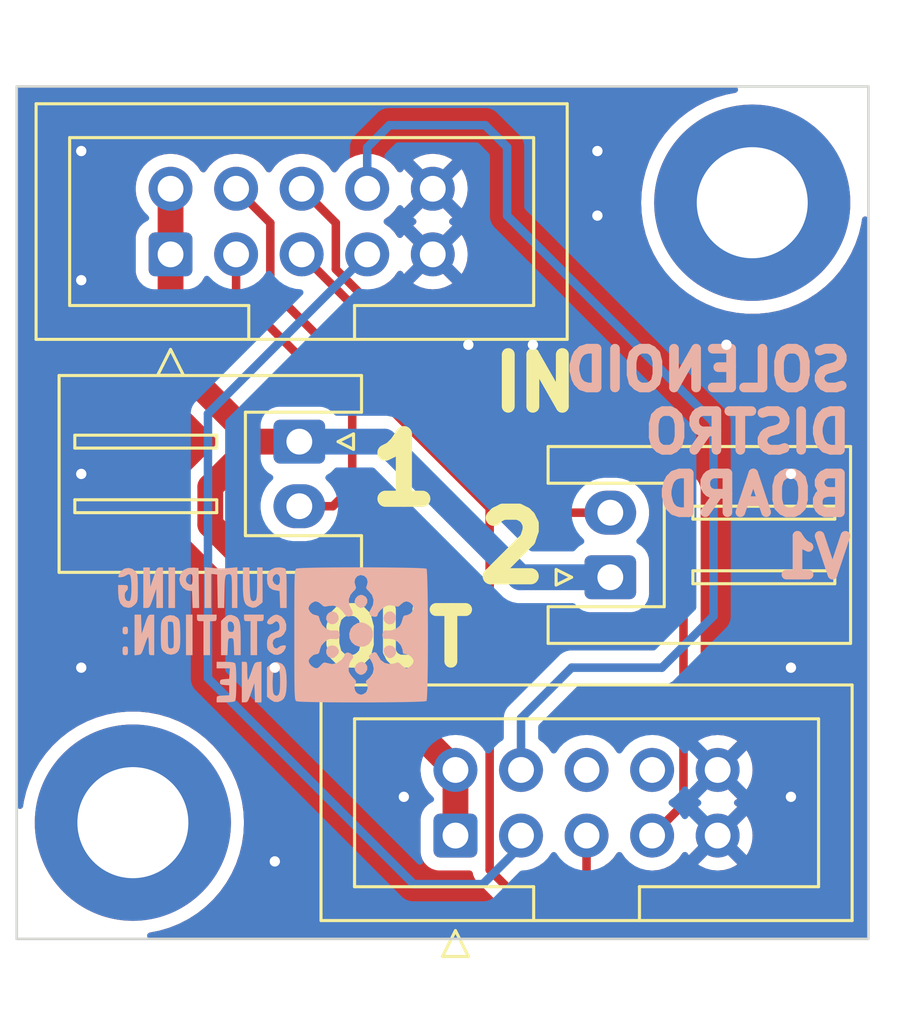
<source format=kicad_pcb>
(kicad_pcb (version 20240108) (generator "pcbnew") (generator_version "8.0")
  (layers (0 "F.Cu" signal) (31 "B.Cu" signal) (34 "B.Paste" user) (35 "F.Paste" user) (36 "B.SilkS" user "B.Silkscreen") (37 "F.SilkS" user "F.Silkscreen") (38 "B.Mask" user) (39 "F.Mask" user) (44 "Edge.Cuts" user))
  (net 0 "")
  (net 1 "/FET1")
  (net 2 "+VDC")
  (net 3 "/FET3")
  (net 4 "/FET5")
  (net 5 "/FET4")
  (net 6 "/FET6")
  (net 7 "GND")
  (net 8 "/FET2")
  (footprint "Connector_IDC:IDC-Header_2x05_P2.54mm_Vertical" (layer "F.Cu") (at 217 129 90)
    (property "Reference" "J104" (hide yes))
    (property "Value" "Conn_02x05_Odd_Even")
    (fp_line (start 5.83 -5.21) (end 5.83 15.37) (stroke (width 0.12)) (layer "F.SilkS"))
    (fp_line (start -3.29 -5.21) (end 5.83 -5.21) (stroke (width 0.12)) (layer "F.SilkS"))
    (fp_line (start 4.52 -3.91) (end 4.52 14.07) (stroke (width 0.12)) (layer "F.SilkS"))
    (fp_line (start -1.98 -3.91) (end 4.52 -3.91) (stroke (width 0.12)) (layer "F.SilkS"))
    (fp_line (start -4.68 -0.5) (end -4.68 0.5) (stroke (width 0.12)) (layer "F.SilkS"))
    (fp_line (start -3.68 0) (end -4.68 -0.5) (stroke (width 0.12)) (layer "F.SilkS"))
    (fp_line (start -4.68 0.5) (end -3.68 0) (stroke (width 0.12)) (layer "F.SilkS"))
    (fp_line (start -1.98 3.03) (end -1.98 -3.91) (stroke (width 0.12)) (layer "F.SilkS"))
    (fp_line (start -3.29 3.03) (end -1.98 3.03) (stroke (width 0.12)) (layer "F.SilkS"))
    (fp_line (start -1.98 7.13) (end -1.98 7.13) (stroke (width 0.12)) (layer "F.SilkS"))
    (fp_line (start -1.98 7.13) (end -3.29 7.13) (stroke (width 0.12)) (layer "F.SilkS"))
    (fp_line (start 4.52 14.07) (end -1.98 14.07) (stroke (width 0.12)) (layer "F.SilkS"))
    (fp_line (start -1.98 14.07) (end -1.98 7.13) (stroke (width 0.12)) (layer "F.SilkS"))
    (fp_line (start 5.83 15.37) (end -3.29 15.37) (stroke (width 0.12)) (layer "F.SilkS"))
    (fp_line (start -3.29 15.37) (end -3.29 -5.21) (stroke (width 0.12)) (layer "F.SilkS"))
    (pad "1" thru_hole roundrect (at 0 0 90) (size 1.7 1.7) (drill 1) (layers "*.Cu" "*.Mask") (roundrect_rratio 0.147059) (net 2 "+VDC"))
    (pad "2" thru_hole circle (at 2.54 0 90) (size 1.7 1.7) (drill 1) (layers "*.Cu" "*.Mask") (net 2 "+VDC"))
    (pad "3" thru_hole circle (at 0 2.54 90) (size 1.7 1.7) (drill 1) (layers "*.Cu" "*.Mask") (net 3 "/FET3"))
    (pad "4" thru_hole circle (at 2.54 2.54 90) (size 1.7 1.7) (drill 1) (layers "*.Cu" "*.Mask") (net 6 "/FET6"))
    (pad "5" thru_hole circle (at 0 5.08 90) (size 1.7 1.7) (drill 1) (layers "*.Cu" "*.Mask") (net 5 "/FET4"))
    (pad "6" thru_hole circle (at 2.54 5.08 90) (size 1.7 1.7) (drill 1) (layers "*.Cu" "*.Mask"))
    (pad "7" thru_hole circle (at 0 7.62 90) (size 1.7 1.7) (drill 1) (layers "*.Cu" "*.Mask") (net 4 "/FET5"))
    (pad "8" thru_hole circle (at 2.54 7.62 90) (size 1.7 1.7) (drill 1) (layers "*.Cu" "*.Mask"))
    (pad "9" thru_hole circle (at 0 10.16 90) (size 1.7 1.7) (drill 1) (layers "*.Cu" "*.Mask") (net 7 "GND"))
    (pad "10" thru_hole circle (at 2.54 10.16 90) (size 1.7 1.7) (drill 1) (layers "*.Cu" "*.Mask") (net 7 "GND"))
  )
  (footprint "Connector_JST:JST_XH_S2B-XH-A_1x02_P2.50mm_Horizontal" (layer "F.Cu") (at 210.95 113.75 -90)
    (property "Reference" "J101" (hide yes))
    (property "Value" "Conn_01x02")
    (fp_line (start -2.56 9.31) (end -2.56 -2.41) (stroke (width 0.12)) (layer "F.SilkS"))
    (fp_line (start 1.25 9.31) (end -2.56 9.31) (stroke (width 0.12)) (layer "F.SilkS"))
    (fp_line (start 1.25 9.31) (end 5.06 9.31) (stroke (width 0.12)) (layer "F.SilkS"))
    (fp_line (start 5.06 9.31) (end 5.06 -2.41) (stroke (width 0.12)) (layer "F.SilkS"))
    (fp_line (start -0.25 8.7) (end 0.25 8.7) (stroke (width 0.12)) (layer "F.SilkS"))
    (fp_line (start 0.25 8.7) (end 0.25 3.2) (stroke (width 0.12)) (layer "F.SilkS"))
    (fp_line (start 2.25 8.7) (end 2.75 8.7) (stroke (width 0.12)) (layer "F.SilkS"))
    (fp_line (start 2.75 8.7) (end 2.75 3.2) (stroke (width 0.12)) (layer "F.SilkS"))
    (fp_line (start -0.25 3.2) (end -0.25 8.7) (stroke (width 0.12)) (layer "F.SilkS"))
    (fp_line (start 0.25 3.2) (end -0.25 3.2) (stroke (width 0.12)) (layer "F.SilkS"))
    (fp_line (start 2.25 3.2) (end 2.25 8.7) (stroke (width 0.12)) (layer "F.SilkS"))
    (fp_line (start 2.75 3.2) (end 2.25 3.2) (stroke (width 0.12)) (layer "F.SilkS"))
    (fp_line (start -1.14 2.09) (end 1.25 2.09) (stroke (width 0.12)) (layer "F.SilkS"))
    (fp_line (start 3.64 2.09) (end 1.25 2.09) (stroke (width 0.12)) (layer "F.SilkS"))
    (fp_line (start 0 -1.5) (end -0.3 -2.1) (stroke (width 0.12)) (layer "F.SilkS"))
    (fp_line (start -0.3 -2.1) (end 0.3 -2.1) (stroke (width 0.12)) (layer "F.SilkS"))
    (fp_line (start 0.3 -2.1) (end 0 -1.5) (stroke (width 0.12)) (layer "F.SilkS"))
    (fp_line (start -2.56 -2.41) (end -1.14 -2.41) (stroke (width 0.12)) (layer "F.SilkS"))
    (fp_line (start -1.14 -2.41) (end -1.14 2.09) (stroke (width 0.12)) (layer "F.SilkS"))
    (fp_line (start 3.64 -2.41) (end 3.64 2.09) (stroke (width 0.12)) (layer "F.SilkS"))
    (fp_line (start 5.06 -2.41) (end 3.64 -2.41) (stroke (width 0.12)) (layer "F.SilkS"))
    (pad "1" thru_hole roundrect (at 0 0 270) (size 1.7 2) (drill 1) (layers "*.Cu" "*.Mask") (roundrect_rratio 0.147059) (net 2 "+VDC"))
    (pad "2" thru_hole oval (at 2.5 0 270) (size 1.7 2) (drill 1) (layers "*.Cu" "*.Mask") (net 1 "/FET1"))
  )
  (footprint "MountingHole:MountingHole_4.3mm_M4_ISO7380_Pad" (layer "F.Cu") (at 204.5 128.5)
    (property "Reference" "H101" (hide yes))
    (property "Value" "MountingHole")
    (pad "1" thru_hole circle (at 0 0) (size 7.6 7.6) (drill 4.3) (layers "*.Cu" "*.Mask"))
  )
  (footprint "MountingHole:MountingHole_4.3mm_M4_ISO7380_Pad" (layer "F.Cu") (at 228.5 104.5)
    (property "Reference" "H102" (hide yes))
    (property "Value" "MountingHole")
    (pad "1" thru_hole circle (at 0 0) (size 7.6 7.6) (drill 4.3) (layers "*.Cu" "*.Mask"))
  )
  (footprint "Connector_JST:JST_XH_S2B-XH-A_1x02_P2.50mm_Horizontal" (layer "F.Cu") (at 223 119 90)
    (property "Reference" "J103" (hide yes))
    (property "Value" "Conn_01x02")
    (fp_line (start 5.06 -2.41) (end 3.64 -2.41) (stroke (width 0.12)) (layer "F.SilkS"))
    (fp_line (start 3.64 -2.41) (end 3.64 2.09) (stroke (width 0.12)) (layer "F.SilkS"))
    (fp_line (start -1.14 -2.41) (end -1.14 2.09) (stroke (width 0.12)) (layer "F.SilkS"))
    (fp_line (start -2.56 -2.41) (end -1.14 -2.41) (stroke (width 0.12)) (layer "F.SilkS"))
    (fp_line (start 0.3 -2.1) (end 0 -1.5) (stroke (width 0.12)) (layer "F.SilkS"))
    (fp_line (start -0.3 -2.1) (end 0.3 -2.1) (stroke (width 0.12)) (layer "F.SilkS"))
    (fp_line (start 0 -1.5) (end -0.3 -2.1) (stroke (width 0.12)) (layer "F.SilkS"))
    (fp_line (start 3.64 2.09) (end 1.25 2.09) (stroke (width 0.12)) (layer "F.SilkS"))
    (fp_line (start -1.14 2.09) (end 1.25 2.09) (stroke (width 0.12)) (layer "F.SilkS"))
    (fp_line (start 2.75 3.2) (end 2.25 3.2) (stroke (width 0.12)) (layer "F.SilkS"))
    (fp_line (start 2.25 3.2) (end 2.25 8.7) (stroke (width 0.12)) (layer "F.SilkS"))
    (fp_line (start 0.25 3.2) (end -0.25 3.2) (stroke (width 0.12)) (layer "F.SilkS"))
    (fp_line (start -0.25 3.2) (end -0.25 8.7) (stroke (width 0.12)) (layer "F.SilkS"))
    (fp_line (start 2.75 8.7) (end 2.75 3.2) (stroke (width 0.12)) (layer "F.SilkS"))
    (fp_line (start 2.25 8.7) (end 2.75 8.7) (stroke (width 0.12)) (layer "F.SilkS"))
    (fp_line (start 0.25 8.7) (end 0.25 3.2) (stroke (width 0.12)) (layer "F.SilkS"))
    (fp_line (start -0.25 8.7) (end 0.25 8.7) (stroke (width 0.12)) (layer "F.SilkS"))
    (fp_line (start 5.06 9.31) (end 5.06 -2.41) (stroke (width 0.12)) (layer "F.SilkS"))
    (fp_line (start 1.25 9.31) (end 5.06 9.31) (stroke (width 0.12)) (layer "F.SilkS"))
    (fp_line (start 1.25 9.31) (end -2.56 9.31) (stroke (width 0.12)) (layer "F.SilkS"))
    (fp_line (start -2.56 9.31) (end -2.56 -2.41) (stroke (width 0.12)) (layer "F.SilkS"))
    (pad "1" thru_hole roundrect (at 0 0 90) (size 1.7 2) (drill 1) (layers "*.Cu" "*.Mask") (roundrect_rratio 0.147059) (net 2 "+VDC"))
    (pad "2" thru_hole oval (at 2.5 0 90) (size 1.7 2) (drill 1) (layers "*.Cu" "*.Mask") (net 8 "/FET2"))
  )
  (footprint "Connector_IDC:IDC-Header_2x05_P2.54mm_Vertical" (layer "F.Cu") (at 205.96 106.5 90)
    (property "Reference" "J102" (hide yes))
    (property "Value" "Conn_02x05_Odd_Even")
    (fp_line (start 5.83 -5.21) (end 5.83 15.37) (stroke (width 0.12)) (layer "F.SilkS"))
    (fp_line (start -3.29 -5.21) (end 5.83 -5.21) (stroke (width 0.12)) (layer "F.SilkS"))
    (fp_line (start 4.52 -3.91) (end 4.52 14.07) (stroke (width 0.12)) (layer "F.SilkS"))
    (fp_line (start -1.98 -3.91) (end 4.52 -3.91) (stroke (width 0.12)) (layer "F.SilkS"))
    (fp_line (start -4.68 -0.5) (end -4.68 0.5) (stroke (width 0.12)) (layer "F.SilkS"))
    (fp_line (start -3.68 0) (end -4.68 -0.5) (stroke (width 0.12)) (layer "F.SilkS"))
    (fp_line (start -4.68 0.5) (end -3.68 0) (stroke (width 0.12)) (layer "F.SilkS"))
    (fp_line (start -1.98 3.03) (end -1.98 -3.91) (stroke (width 0.12)) (layer "F.SilkS"))
    (fp_line (start -3.29 3.03) (end -1.98 3.03) (stroke (width 0.12)) (layer "F.SilkS"))
    (fp_line (start -1.98 7.13) (end -1.98 7.13) (stroke (width 0.12)) (layer "F.SilkS"))
    (fp_line (start -1.98 7.13) (end -3.29 7.13) (stroke (width 0.12)) (layer "F.SilkS"))
    (fp_line (start 4.52 14.07) (end -1.98 14.07) (stroke (width 0.12)) (layer "F.SilkS"))
    (fp_line (start -1.98 14.07) (end -1.98 7.13) (stroke (width 0.12)) (layer "F.SilkS"))
    (fp_line (start 5.83 15.37) (end -3.29 15.37) (stroke (width 0.12)) (layer "F.SilkS"))
    (fp_line (start -3.29 15.37) (end -3.29 -5.21) (stroke (width 0.12)) (layer "F.SilkS"))
    (pad "1" thru_hole roundrect (at 0 0 90) (size 1.7 1.7) (drill 1) (layers "*.Cu" "*.Mask") (roundrect_rratio 0.147059) (net 2 "+VDC"))
    (pad "2" thru_hole circle (at 2.54 0 90) (size 1.7 1.7) (drill 1) (layers "*.Cu" "*.Mask") (net 2 "+VDC"))
    (pad "3" thru_hole circle (at 0 2.54 90) (size 1.7 1.7) (drill 1) (layers "*.Cu" "*.Mask") (net 1 "/FET1"))
    (pad "4" thru_hole circle (at 2.54 2.54 90) (size 1.7 1.7) (drill 1) (layers "*.Cu" "*.Mask") (net 5 "/FET4"))
    (pad "5" thru_hole circle (at 0 5.08 90) (size 1.7 1.7) (drill 1) (layers "*.Cu" "*.Mask") (net 8 "/FET2"))
    (pad "6" thru_hole circle (at 2.54 5.08 90) (size 1.7 1.7) (drill 1) (layers "*.Cu" "*.Mask") (net 4 "/FET5"))
    (pad "7" thru_hole circle (at 0 7.62 90) (size 1.7 1.7) (drill 1) (layers "*.Cu" "*.Mask") (net 3 "/FET3"))
    (pad "8" thru_hole circle (at 2.54 7.62 90) (size 1.7 1.7) (drill 1) (layers "*.Cu" "*.Mask") (net 6 "/FET6"))
    (pad "9" thru_hole circle (at 0 10.16 90) (size 1.7 1.7) (drill 1) (layers "*.Cu" "*.Mask") (net 7 "GND"))
    (pad "10" thru_hole circle (at 2.54 10.16 90) (size 1.7 1.7) (drill 1) (layers "*.Cu" "*.Mask") (net 7 "GND"))
  )
  (footprint "Symbol:ps1" (layer "B.Cu") (at 209.95 121.21 180)
    (property "Reference" "G***" (hide yes))
    (property "Value" "LOGO" (hide yes))
    (fp_poly (pts (xy 4.070785 1.805184) (xy 4.070785 1.019398) (xy 3.943573 1.019398) (xy 3.816361 1.019398) (xy 3.816361 1.805184) (xy 3.816361 2.590969) (xy 3.943573 2.590969) (xy 4.070785 2.590969)) (fill solid) (layer "B.SilkS"))
    (fp_poly (pts (xy 3.392321 -0.021238) (xy 3.392321 -0.807024) (xy 3.265109 -0.807024) (xy 3.137897 -0.807024) (xy 3.137897 -0.021238) (xy 3.137897 0.764548) (xy 3.265109 0.764548) (xy 3.392321 0.764548)) (fill solid) (layer "B.SilkS"))
    (fp_poly (pts (xy 5.817434 0.286217) (xy 5.846782 0.236235) (xy 5.851753 0.148662) (xy 5.843833 0.048128) (xy 5.808191 0.006971) (xy 5.745743 0) (xy 5.674053 0.011107) (xy 5.644704 0.061089) (xy 5.639733 0.148662) (xy 5.647654 0.249196) (xy 5.683296 0.290353) (xy 5.745743 0.297324)) (fill solid) (layer "B.SilkS"))
    (fp_poly (pts (xy -2.198969 0.868985) (xy -2.106503 0.801256) (xy -2.047751 0.701744) (xy -2.037021 0.588006) (xy -2.088621 0.477596) (xy -2.112938 0.452569) (xy -2.237339 0.389019) (xy -2.369156 0.405426) (xy -2.463107 0.470904) (xy -2.523759 0.584692) (xy -2.516229 0.713418) (xy -2.443514 0.825838) (xy -2.427804 0.838879) (xy -2.310838 0.887378)) (fill solid) (layer "B.SilkS"))
    (fp_poly (pts (xy -4.366326 -0.458324) (xy -4.284795 -0.544009) (xy -4.261082 -0.659244) (xy -4.303877 -0.781471) (xy -4.341849 -0.827554) (xy -4.447183 -0.912467) (xy -4.53943 -0.926766) (xy -4.64667 -0.874105) (xy -4.655005 -0.868328) (xy -4.736222 -0.769391) (xy -4.752124 -0.652005) (xy -4.711105 -0.539734) (xy -4.621559 -0.456142) (xy -4.496988 -0.42475)) (fill solid) (layer "B.SilkS"))
    (fp_poly (pts (xy -4.397664 0.86473) (xy -4.31207 0.7756) (xy -4.289146 0.735473) (xy -4.260816 0.610507) (xy -4.297451 0.500943) (xy -4.379578 0.420539) (xy -4.487724 0.383056) (xy -4.602415 0.402254) (xy -4.67907 0.459949) (xy -4.738882 0.577012) (xy -4.736187 0.702808) (xy -4.680639 0.812312) (xy -4.581889 0.880498) (xy -4.512687 0.891322)) (fill solid) (layer "B.SilkS"))
    (fp_poly (pts (xy -3.268189 1.491432) (xy -3.17855 1.397546) (xy -3.138209 1.276099) (xy -3.137896 1.264796) (xy -3.17336 1.16651) (xy -3.25849 1.075698) (xy -3.361393 1.023123) (xy -3.39232 1.019398) (xy -3.484631 1.048225) (xy -3.561936 1.104347) (xy -3.633729 1.224447) (xy -3.634333 1.348413) (xy -3.573247 1.453967) (xy -3.459974 1.518832) (xy -3.380785 1.529097)) (fill solid) (layer "B.SilkS"))
    (fp_poly (pts (xy -3.289463 -1.097302) (xy -3.192757 -1.183489) (xy -3.14042 -1.290289) (xy -3.137896 -1.316723) (xy -3.166676 -1.409188) (xy -3.222704 -1.486622) (xy -3.315015 -1.55026) (xy -3.39232 -1.571572) (xy -3.484631 -1.542745) (xy -3.561936 -1.486622) (xy -3.631343 -1.369145) (xy -3.633463 -1.245065) (xy -3.577376 -1.138143) (xy -3.472166 -1.07214) (xy -3.399582 -1.061873)) (fill solid) (layer "B.SilkS"))
    (fp_poly (pts (xy 5.814044 -0.476498) (xy 5.844401 -0.520239) (xy 5.851716 -0.622328) (xy 5.851753 -0.637124) (xy 5.845967 -0.746588) (xy 5.818675 -0.79524) (xy 5.754975 -0.806963) (xy 5.745743 -0.807024) (xy 5.677443 -0.79775) (xy 5.647086 -0.75401) (xy 5.639771 -0.65192) (xy 5.639733 -0.637124) (xy 5.64552 -0.527661) (xy 5.672812 -0.479008) (xy 5.736511 -0.467285) (xy 5.745743 -0.467224)) (fill solid) (layer "B.SilkS"))
    (fp_poly (pts (xy -2.132311 -0.466608) (xy -2.102027 -0.491496) (xy -2.043021 -0.602608) (xy -2.04348 -0.73203) (xy -2.100728 -0.843232) (xy -2.129635 -0.868328) (xy -2.239824 -0.925553) (xy -2.33287 -0.915023) (xy -2.437082 -0.833261) (xy -2.440157 -0.830192) (xy -2.523655 -0.725145) (xy -2.53595 -0.632011) (xy -2.480515 -0.522433) (xy -2.478229 -0.51915) (xy -2.380279 -0.444692) (xy -2.252816 -0.426284)) (fill solid) (layer "B.SilkS"))
    (fp_poly (pts (xy 2.968281 0.637123) (xy 2.957774 0.546868) (xy 2.908211 0.513602) (xy 2.841069 0.509699) (xy 2.713857 0.509699) (xy 2.713857 -0.148663) (xy 2.713857 -0.807024) (xy 2.586645 -0.807024) (xy 2.459433 -0.807024) (xy 2.459433 -0.148663) (xy 2.459433 0.509699) (xy 2.332221 0.509699) (xy 2.242117 0.520223) (xy 2.208906 0.569869) (xy 2.205009 0.637123) (xy 2.205009 0.764548) (xy 2.586645 0.764548) (xy 2.968281 0.764548)) (fill solid) (layer "B.SilkS"))
    (fp_poly (pts (xy 1.144909 0.637123) (xy 1.134401 0.546868) (xy 1.084839 0.513602) (xy 1.017697 0.509699) (xy 0.890485 0.509699) (xy 0.890485 -0.148663) (xy 0.890485 -0.807024) (xy 0.763273 -0.807024) (xy 0.636061 -0.807024) (xy 0.636061 -0.148663) (xy 0.636061 0.509699) (xy 0.508849 0.509699) (xy 0.418744 0.520223) (xy 0.385534 0.569869) (xy 0.381637 0.637123) (xy 0.381637 0.764548) (xy 0.763273 0.764548) (xy 1.144909 0.764548)) (fill solid) (layer "B.SilkS"))
    (fp_poly (pts (xy -3.239753 0.4314) (xy -3.093556 0.33933) (xy -2.990382 0.214116) (xy -2.9902 0.213765) (xy -2.931985 0.024046) (xy -2.947209 -0.153586) (xy -3.024513 -0.305509) (xy -3.152543 -0.418098) (xy -3.31994 -0.477732) (xy -3.51535 -0.470786) (xy -3.55295 -0.46132) (xy -3.691671 -0.381333) (xy -3.793505 -0.246078) (xy -3.850067 -0.0803) (xy -3.852969 0.091258) (xy -3.793824 0.243854) (xy -3.792584 0.245641) (xy -3.683517 0.351616) (xy -3.538369 0.432959) (xy -3.397812 0.467154) (xy -3.39232 0.467224)) (fill solid) (layer "B.SilkS"))
    (fp_poly (pts (xy 4.458904 2.585542) (xy 4.5027 2.559039) (xy 4.542724 2.496128) (xy 4.589035 2.381478) (xy 4.6451 2.219314) (xy 4.770451 1.847658) (xy 4.782703 2.219314) (xy 4.794955 2.590969) (xy 4.920516 2.590969) (xy 5.046077 2.590969) (xy 5.046077 1.805184) (xy 5.046077 1.019398) (xy 4.922399 1.019398) (xy 4.862628 1.024189) (xy 4.817865 1.04877) (xy 4.777766 1.108451) (xy 4.73199 1.218542) (xy 4.671323 1.391053) (xy 4.543925 1.762709) (xy 4.540577 1.391053) (xy 4.537229 1.019398) (xy 4.410017 1.019398) (xy 4.282805 1.019398) (xy 4.282805 1.805184) (xy 4.282805 2.590969) (xy 4.401277 2.590969)) (fill solid) (layer "B.SilkS"))
    (fp_poly (pts (xy 3.314244 2.568196) (xy 3.484094 2.490413) (xy 3.595782 2.35358) (xy 3.644804 2.161544) (xy 3.646745 2.107876) (xy 3.610934 1.945877) (xy 3.516879 1.806709) (xy 3.384647 1.71418) (xy 3.295302 1.690948) (xy 3.159099 1.677759) (xy 3.146714 1.348578) (xy 3.13433 1.019398) (xy 3.007945 1.019398) (xy 2.88156 1.019398) (xy 2.893117 1.794565) (xy 2.898447 2.152062) (xy 3.137897 2.152062) (xy 3.145168 2.004769) (xy 3.173027 1.931289) (xy 3.230544 1.921272) (xy 3.310301 1.95534) (xy 3.380458 2.032845) (xy 3.395227 2.138429) (xy 3.361948 2.243001) (xy 3.28796 2.317471) (xy 3.214224 2.33612) (xy 3.165194 2.319702) (xy 3.142621 2.256807) (xy 3.137897 2.152062) (xy 2.898447 2.152062) (xy 2.904675 2.569732) (xy 3.090736 2.583079)) (fill solid) (layer "B.SilkS"))
    (fp_poly (pts (xy 0.636061 1.980284) (xy 0.637544 1.731872) (xy 0.642887 1.555053) (xy 0.653434 1.436505) (xy 0.670526 1.362909) (xy 0.695506 1.320944) (xy 0.703221 1.313767) (xy 0.784839 1.280889) (xy 0.841034 1.302511) (xy 0.869373 1.331934) (xy 0.889893 1.387592) (xy 0.90422 1.48263) (xy 0.913978 1.630195) (xy 0.920793 1.843431) (xy 0.923421 1.969028) (xy 0.935156 2.590969) (xy 1.061234 2.590969) (xy 1.187313 2.590969) (xy 1.187313 2.002659) (xy 1.183431 1.706961) (xy 1.169914 1.483895) (xy 1.143959 1.321417) (xy 1.102758 1.207485) (xy 1.043507 1.130056) (xy 0.972801 1.081819) (xy 0.819882 1.026553) (xy 0.688655 1.042427) (xy 0.554506 1.129361) (xy 0.424041 1.239324) (xy 0.424041 1.915147) (xy 0.424041 2.590969) (xy 0.530051 2.590969) (xy 0.636061 2.590969)) (fill solid) (layer "B.SilkS"))
    (fp_poly (pts (xy 4.798136 0.759121) (xy 4.841932 0.732618) (xy 4.881957 0.669707) (xy 4.928267 0.555056) (xy 4.984332 0.392893) (xy 5.109683 0.021237) (xy 5.121935 0.392893) (xy 5.134187 0.764548) (xy 5.259748 0.764548) (xy 5.385309 0.764548) (xy 5.385309 -0.023929) (xy 5.385309 -0.812406) (xy 5.250813 -0.799096) (xy 5.182277 -0.787193) (xy 5.133244 -0.756351) (xy 5.091391 -0.689412) (xy 5.044397 -0.569216) (xy 5.00699 -0.459579) (xy 4.9522 -0.303514) (xy 4.904027 -0.179469) (xy 4.87099 -0.109025) (xy 4.86586 -0.102082) (xy 4.851734 -0.126734) (xy 4.84083 -0.21914) (xy 4.834771 -0.36212) (xy 4.834057 -0.438908) (xy 4.83313 -0.615801) (xy 4.827149 -0.724402) (xy 4.811318 -0.781367) (xy 4.780841 -0.803355) (xy 4.730919 -0.807023) (xy 4.728047 -0.807024) (xy 4.622037 -0.807024) (xy 4.622037 -0.021238) (xy 4.622037 0.764548) (xy 4.740509 0.764548)) (fill solid) (layer "B.SilkS"))
    (fp_poly (pts (xy 0.600941 -1.069801) (xy 0.669477 -1.081704) (xy 0.71851 -1.112546) (xy 0.760363 -1.179486) (xy 0.807357 -1.299681) (xy 0.844764 -1.409318) (xy 0.899554 -1.565383) (xy 0.947727 -1.689428) (xy 0.980763 -1.759872) (xy 0.985894 -1.766816) (xy 1.00002 -1.742163) (xy 1.010924 -1.649757) (xy 1.016983 -1.506777) (xy 1.017697 -1.429989) (xy 1.018624 -1.253096) (xy 1.024605 -1.144495) (xy 1.040436 -1.08753) (xy 1.070913 -1.065542) (xy 1.120835 -1.061875) (xy 1.123707 -1.061873) (xy 1.229717 -1.061873) (xy 1.229717 -1.847659) (xy 1.229717 -2.633445) (xy 1.111245 -2.633445) (xy 1.053618 -2.628018) (xy 1.009821 -2.601515) (xy 0.969797 -2.538604) (xy 0.923487 -2.423953) (xy 0.867422 -2.26179) (xy 0.742071 -1.890134) (xy 0.729819 -2.26179) (xy 0.717567 -2.633445) (xy 0.592006 -2.633445) (xy 0.466445 -2.633445) (xy 0.466445 -1.844968) (xy 0.466445 -1.056491)) (fill solid) (layer "B.SilkS"))
    (fp_poly (pts (xy 2.671453 1.810132) (xy 2.671453 1.019398) (xy 2.544241 1.019398) (xy 2.417029 1.019398) (xy 2.417029 1.68058) (xy 2.417029 2.341763) (xy 2.300418 2.328323) (xy 2.183807 2.314883) (xy 2.172101 1.66714) (xy 2.160396 1.019398) (xy 2.035422 1.019398) (xy 1.910448 1.019398) (xy 1.898713 1.641339) (xy 1.892599 1.890969) (xy 1.884159 2.068561) (xy 1.871838 2.187024) (xy 1.85408 2.259266) (xy 1.829329 2.298195) (xy 1.818535 2.30646) (xy 1.726091 2.330498) (xy 1.680722 2.322975) (xy 1.653653 2.302578) (xy 1.634559 2.257127) (xy 1.622114 2.173914) (xy 1.614993 2.040228) (xy 1.61187 1.843362) (xy 1.611353 1.657854) (xy 1.611353 1.019398) (xy 1.505343 1.019398) (xy 1.399333 1.019398) (xy 1.399333 1.808956) (xy 1.399333 2.598514) (xy 1.664358 2.573994) (xy 1.850716 2.557709) (xy 1.987082 2.550059) (xy 2.107829 2.551013) (xy 2.247331 2.560539) (xy 2.385226 2.573317) (xy 2.671453 2.600865)) (fill solid) (layer "B.SilkS"))
    (fp_poly (pts (xy -0.046837 2.575075) (xy 0.076459 2.51769) (xy 0.123959 2.481006) (xy 0.202332 2.404309) (xy 0.241154 2.324341) (xy 0.253746 2.206891) (xy 0.254424 2.145913) (xy 0.232275 1.945525) (xy 0.161323 1.809596) (xy 0.034818 1.728812) (xy -0.066231 1.703627) (xy -0.233222 1.676558) (xy -0.245606 1.347978) (xy -0.257991 1.019398) (xy -0.383419 1.019398) (xy -0.508848 1.019398) (xy -0.508848 1.754214) (xy -0.506479 2.059982) (xy -0.502833 2.172448) (xy -0.24681 2.172448) (xy -0.243411 2.018152) (xy -0.202425 1.92851) (xy -0.13077 1.909559) (xy -0.03536 1.967339) (xy -0.02423 1.978117) (xy 0.03702 2.09107) (xy 0.017363 2.217454) (xy -0.013403 2.268908) (xy -0.094441 2.331764) (xy -0.173863 2.32005) (xy -0.231522 2.242092) (xy -0.24681 2.172448) (xy -0.502833 2.172448) (xy -0.499138 2.286398) (xy -0.48647 2.438931) (xy -0.468121 2.523053) (xy -0.457963 2.54) (xy -0.387376 2.570513) (xy -0.26778 2.588719) (xy -0.206792 2.590969)) (fill solid) (layer "B.SilkS"))
    (fp_poly (pts (xy 2.205009 -1.189298) (xy 2.205009 -1.316723) (xy 1.948261 -1.316723) (xy 1.691514 -1.316723) (xy 1.704438 -1.518479) (xy 1.717363 -1.720235) (xy 1.89758 -1.733295) (xy 2.011914 -1.747624) (xy 2.064336 -1.778126) (xy 2.077724 -1.839318) (xy 2.077797 -1.847659) (xy 2.067047 -1.912708) (xy 2.019544 -1.945617) (xy 1.91241 -1.960907) (xy 1.89758 -1.962023) (xy 1.717363 -1.975084) (xy 1.717363 -2.166221) (xy 1.717363 -2.357358) (xy 1.961186 -2.370097) (xy 2.098295 -2.379468) (xy 2.171047 -2.396876) (xy 2.199824 -2.433858) (xy 2.205003 -2.501953) (xy 2.205009 -2.50814) (xy 2.205009 -2.633445) (xy 1.874258 -2.633445) (xy 1.688045 -2.626715) (xy 1.554428 -2.608011) (xy 1.492621 -2.582475) (xy 1.470746 -2.52457) (xy 1.455225 -2.397944) (xy 1.445711 -2.197598) (xy 1.441859 -1.918538) (xy 1.441737 -1.847659) (xy 1.444415 -1.550994) (xy 1.45268 -1.33412) (xy 1.466879 -1.19204) (xy 1.487357 -1.119758) (xy 1.492621 -1.112843) (xy 1.563907 -1.085183) (xy 1.702965 -1.067469) (xy 1.874258 -1.061873) (xy 2.205009 -1.061873)) (fill solid) (layer "B.SilkS"))
    (fp_poly (pts (xy -0.01019 -1.084903) (xy 0.123959 -1.171836) (xy 0.254424 -1.281799) (xy 0.254424 -1.847659) (xy 0.254424 -2.413519) (xy 0.123959 -2.523482) (xy -0.021988 -2.612562) (xy -0.166127 -2.622013) (xy -0.302931 -2.569036) (xy -0.391846 -2.496047) (xy -0.453186 -2.381955) (xy -0.490447 -2.214515) (xy -0.507125 -1.981479) (xy -0.508848 -1.847659) (xy -0.508748 -1.844365) (xy -0.254424 -1.844365) (xy -0.249764 -2.072854) (xy -0.233492 -2.22862) (xy -0.202165 -2.323494) (xy -0.152341 -2.369308) (xy -0.099021 -2.378596) (xy -0.038534 -2.345097) (xy 0.000043 -2.293566) (xy 0.019765 -2.211611) (xy 0.031867 -2.066259) (xy 0.034913 -1.878834) (xy 0.033338 -1.798993) (xy 0.024475 -1.59835) (xy 0.010206 -1.466742) (xy -0.012364 -1.388291) (xy -0.04613 -1.34712) (xy -0.04945 -1.344931) (xy -0.132976 -1.325624) (xy -0.187263 -1.356243) (xy -0.219363 -1.400998) (xy -0.239811 -1.481464) (xy -0.250764 -1.613315) (xy -0.25438 -1.812228) (xy -0.254424 -1.844365) (xy -0.508748 -1.844365) (xy -0.500808 -1.582056) (xy -0.474182 -1.387423) (xy -0.425214 -1.25109) (xy -0.350146 -1.160386) (xy -0.294336 -1.124295) (xy -0.141417 -1.069029)) (fill solid) (layer "B.SilkS"))
    (fp_poly (pts (xy 1.781751 0.737406) (xy 1.911443 0.640391) (xy 2.035393 0.516233) (xy 2.035393 -0.145395) (xy 2.035393 -0.807024) (xy 1.909964 -0.807024) (xy 1.784536 -0.807024) (xy 1.772151 -0.477843) (xy 1.76456 -0.31251) (xy 1.752986 -0.214512) (xy 1.731104 -0.166266) (xy 1.692592 -0.15019) (xy 1.653757 -0.148663) (xy 1.600352 -0.152919) (xy 1.567871 -0.177412) (xy 1.54999 -0.239722) (xy 1.540384 -0.357432) (xy 1.535362 -0.477843) (xy 1.522977 -0.807024) (xy 1.397549 -0.807024) (xy 1.272121 -0.807024) (xy 1.272121 -0.193136) (xy 1.275085 0.091707) (xy 1.284691 0.277965) (xy 1.526545 0.277965) (xy 1.538799 0.154416) (xy 1.583638 0.09809) (xy 1.673178 0.093771) (xy 1.673214 0.093776) (xy 1.731268 0.120008) (xy 1.761549 0.191914) (xy 1.772825 0.287094) (xy 1.771919 0.414878) (xy 1.742059 0.480127) (xy 1.71928 0.493602) (xy 1.628709 0.491061) (xy 1.559544 0.421087) (xy 1.527255 0.300991) (xy 1.526545 0.277965) (xy 1.284691 0.277965) (xy 1.286066 0.304622) (xy 1.308196 0.458489) (xy 1.344607 0.566187) (xy 1.398432 0.640598) (xy 1.472802 0.694602) (xy 1.49029 0.704021) (xy 1.64757 0.758482)) (fill solid) (layer "B.SilkS"))
    (fp_poly (pts (xy 0.005989 0.734662) (xy 0.113617 0.661126) (xy 0.205045 0.568119) (xy 0.252599 0.479823) (xy 0.254424 0.463448) (xy 0.221642 0.402758) (xy 0.143721 0.380961) (xy 0.051301 0.39881) (xy -0.024644 0.456605) (xy -0.095006 0.505189) (xy -0.164121 0.483076) (xy -0.215576 0.403148) (xy -0.233222 0.29288) (xy -0.224625 0.198224) (xy -0.183383 0.143668) (xy -0.086319 0.10214) (xy -0.063606 0.094749) (xy 0.103585 0.018697) (xy 0.203667 -0.089959) (xy 0.248722 -0.248569) (xy 0.254424 -0.361967) (xy 0.248258 -0.502404) (xy 0.220878 -0.592472) (xy 0.158965 -0.666385) (xy 0.123959 -0.697061) (xy -0.021988 -0.786141) (xy -0.166127 -0.795592) (xy -0.302931 -0.742615) (xy -0.398549 -0.657758) (xy -0.45974 -0.553178) (xy -0.484872 -0.464948) (xy -0.464387 -0.430568) (xy -0.384622 -0.42475) (xy -0.277666 -0.446085) (xy -0.21202 -0.488462) (xy -0.125696 -0.547317) (xy -0.043327 -0.524166) (xy -0.001491 -0.470017) (xy 0.034325 -0.334539) (xy 0.000544 -0.21942) (xy -0.091966 -0.144793) (xy -0.186455 -0.127425) (xy -0.299132 -0.089359) (xy -0.403072 0.009234) (xy -0.476465 0.144946) (xy -0.491535 0.199995) (xy -0.493604 0.385976) (xy -0.432712 0.552533) (xy -0.321794 0.681473) (xy -0.173785 0.7546) (xy -0.090167 0.764548)) (fill solid) (layer "B.SilkS"))
    (fp_poly (pts (xy 4.172686 0.698634) (xy 4.266104 0.623171) (xy 4.308692 0.568187) (xy 4.337365 0.509184) (xy 4.354856 0.428813) (xy 4.363897 0.309722) (xy 4.367222 0.13456) (xy 4.367613 -0.021238) (xy 4.36646 -0.243981) (xy 4.36129 -0.398878) (xy 4.349532 -0.503016) (xy 4.32862 -0.573488) (xy 4.295984 -0.627382) (xy 4.272204 -0.656038) (xy 4.135952 -0.755917) (xy 3.975333 -0.791187) (xy 3.819739 -0.755507) (xy 3.817197 -0.754191) (xy 3.732423 -0.697527) (xy 3.673121 -0.62141) (xy 3.63562 -0.51168) (xy 3.61625 -0.354175) (xy 3.612148 -0.170752) (xy 3.86488 -0.170752) (xy 3.866249 -0.33692) (xy 3.871557 -0.454339) (xy 3.878263 -0.49933) (xy 3.932677 -0.540461) (xy 3.996388 -0.544535) (xy 4.036692 -0.535285) (xy 4.063706 -0.511453) (xy 4.080087 -0.458503) (xy 4.08849 -0.3619) (xy 4.09157 -0.207107) (xy 4.091987 -0.021238) (xy 4.091987 0.488461) (xy 3.985977 0.488461) (xy 3.939523 0.485937) (xy 3.908677 0.468481) (xy 3.889671 0.42127) (xy 3.878733 0.329481) (xy 3.872095 0.178288) (xy 3.867852 0.023967) (xy 3.86488 -0.170752) (xy 3.612148 -0.170752) (xy 3.611342 -0.134734) (xy 3.613773 0.030795) (xy 3.620043 0.252111) (xy 3.628985 0.405318) (xy 3.643538 0.507256) (xy 3.666644 0.574765) (xy 3.701244 0.624685) (xy 3.721166 0.645716) (xy 3.858026 0.728087) (xy 4.018359 0.74532)) (fill solid) (layer "B.SilkS"))
    (fp_poly (pts (xy 5.777503 2.544234) (xy 5.907237 2.451439) (xy 5.959763 2.374721) (xy 6.002762 2.284766) (xy 6.02135 2.232661) (xy 6.021369 2.232042) (xy 5.987065 2.208254) (xy 5.905567 2.209708) (xy 5.808994 2.231572) (xy 5.729468 2.269013) (xy 5.718859 2.277559) (xy 5.63527 2.321809) (xy 5.577707 2.321367) (xy 5.546593 2.268978) (xy 5.524176 2.152989) (xy 5.510477 1.994285) (xy 5.505517 1.813749) (xy 5.509317 1.632267) (xy 5.521898 1.470722) (xy 5.543281 1.349999) (xy 5.573487 1.290982) (xy 5.576667 1.2894) (xy 5.660309 1.293041) (xy 5.703879 1.317171) (xy 5.749925 1.395077) (xy 5.766023 1.503541) (xy 5.752227 1.606906) (xy 5.70859 1.669517) (xy 5.703339 1.671881) (xy 5.654933 1.728452) (xy 5.639733 1.80385) (xy 5.64745 1.870174) (xy 5.685769 1.901597) (xy 5.777446 1.910942) (xy 5.830551 1.911371) (xy 6.021369 1.911371) (xy 6.021369 1.633175) (xy 5.99933 1.377016) (xy 5.933436 1.192173) (xy 5.824024 1.079454) (xy 5.783356 1.060048) (xy 5.625299 1.022694) (xy 5.496356 1.053406) (xy 5.382047 1.143555) (xy 5.330592 1.197496) (xy 5.295807 1.248816) (xy 5.274428 1.314696) (xy 5.263193 1.412319) (xy 5.258837 1.558868) (xy 5.258098 1.771526) (xy 5.258097 1.796188) (xy 5.259629 2.023173) (xy 5.265718 2.182177) (xy 5.278606 2.290136) (xy 5.300536 2.363987) (xy 5.333749 2.420668) (xy 5.342235 2.431806) (xy 5.471483 2.536591) (xy 5.624413 2.573343)) (fill solid) (layer "B.SilkS"))
    (fp_poly (pts (xy -2.71037 2.592894) (xy -2.330658 2.590679) (xy -1.97613 2.587236) (xy -1.655952 2.582555) (xy -1.379291 2.576622) (xy -1.155311 2.569426) (xy -0.993178 2.560952) (xy -0.902058 2.551188) (xy -0.887696 2.547) (xy -0.870601 2.53549) (xy -0.856062 2.516417) (xy -0.843871 2.483312) (xy -0.833822 2.429706) (xy -0.825708 2.34913) (xy -0.819323 2.235115) (xy -0.81446 2.08119) (xy -0.810913 1.880887) (xy -0.808474 1.627737) (xy -0.806938 1.31527) (xy -0.806097 0.937016) (xy -0.805745 0.486508) (xy -0.805676 -0.021238) (xy -0.805752 -0.547382) (xy -0.806118 -0.995045) (xy -0.806982 -1.370697) (xy -0.808548 -1.680807) (xy -0.811025 -1.931845) (xy -0.814619 -2.130279) (xy -0.819535 -2.282579) (xy -0.825982 -2.395215) (xy -0.834165 -2.474655) (xy -0.844291 -2.527369) (xy -0.856567 -2.559827) (xy -0.871199 -2.578497) (xy -0.887696 -2.589476) (xy -0.948436 -2.599749) (xy -1.083786 -2.608728) (xy -1.284581 -2.616424) (xy -1.541655 -2.622852) (xy -1.845843 -2.628023) (xy -2.187979 -2.63195) (xy -2.558899 -2.634646) (xy -2.949435 -2.636124) (xy -3.350424 -2.636397) (xy -3.752698 -2.635476) (xy -4.147094 -2.633376) (xy -4.524445 -2.630108) (xy -4.875585 -2.625685) (xy -5.19135 -2.620121) (xy -5.462573 -2.613427) (xy -5.68009 -2.605617) (xy -5.834734 -2.596703) (xy -5.91734 -2.586698) (xy -5.92808 -2.582475) (xy -5.939291 -2.529659) (xy -5.949228 -2.401033) (xy -5.957892 -2.205725) (xy -5.965283 -1.952866) (xy -5.9714 -1.651586) (xy -5.976244 -1.311013) (xy -5.979813 -0.940278) (xy -5.98211 -0.54851) (xy -5.983134 -0.144839) (xy -5.982884 0.261605) (xy -5.981361 0.661694) (xy -5.978726 1.024103) (xy -5.427712 1.024103) (xy -5.390437 0.904258) (xy -5.29756 0.801613) (xy -5.177507 0.744876) (xy -5.147684 0.741274) (xy -5.065916 0.725983) (xy -5.020953 0.673083) (xy -4.993112 0.571879) (xy -4.951884 0.441855) (xy -4.895057 0.336609) (xy -4.885963 0.325447) (xy -4.757416 0.225813) (xy -4.596445 0.160646) (xy -4.441223 0.144056) (xy -4.408572 0.14898) (xy -4.310372 0.15396) (xy -4.250968 0.103416) (xy -4.241 0.086071) (xy -4.214796 -0.014541) (xy -4.22923 -0.110855) (xy -4.277153 -0.169198) (xy -4.296263 -0.174203) (xy -4.371772 -0.175055) (xy -4.48292 -0.17106) (xy -4.482965 -0.171058) (xy -4.658344 -0.199831) (xy -4.816342 -0.29297) (xy -4.936711 -0.431682) (xy -4.999203 -0.597176) (xy -5.003672 -0.654296) (xy -5.018759 -0.735975) (xy -5.081346 -0.763216) (xy -5.11755 -0.764549) (xy -5.241737 -0.798247) (xy -5.351502 -0.882415) (xy -5.418766 -0.991667) (xy -5.427712 -1.044957) (xy -5.393245 -1.137405) (xy -5.309957 -1.232053) (xy -5.20802 -1.300185) (xy -5.142179 -1.316723) (xy -5.076067 -1.287667) (xy -4.986882 -1.215156) (xy -4.958943 -1.186805) (xy -4.872882 -1.105842) (xy -4.80944 -1.083331) (xy -4.7539 -1.101855) (xy -4.656452 -1.131604) (xy -4.525638 -1.146444) (xy -4.503331 -1.146823) (xy -4.312743 -1.10737) (xy -4.156967 -0.994117) (xy -4.050678 -0.824337) (xy -3.98528 -0.714749) (xy -3.906792 -0.685775) (xy -3.803077 -0.734734) (xy -3.768053 -0.761888) (xy -3.702184 -0.82831) (xy -3.699679 -0.883718) (xy -3.721804 -0.921169) (xy -3.775937 -1.012057) (xy -3.83642 -1.131484) (xy -3.842561 -1.144781) (xy -3.881746 -1.325504) (xy -3.843449 -1.50592) (xy -3.733016 -1.667464) (xy -3.678027 -1.716333) (xy -3.594002 -1.791747) (xy -3.57404 -1.843153) (xy -3.594239 -1.875769) (xy -3.64272 -1.976834) (xy -3.64249 -2.105383) (xy -3.597676 -2.22245) (xy -3.552501 -2.27) (xy -3.457731 -2.32023) (xy -3.39232 -2.336121) (xy -3.309103 -2.31288) (xy -3.232139 -2.27) (xy -3.163919 -2.178824) (xy -3.136305 -2.053394) (xy -3.153703 -1.932628) (xy -3.187807 -1.878367) (xy -3.203953 -1.832375) (xy -3.165951 -1.765248) (xy -3.087388 -1.682129) (xy -2.992908 -1.57144) (xy -2.928112 -1.460954) (xy -2.915138 -1.421027) (xy -2.912321 -1.278385) (xy -2.945219 -1.127891) (xy -3.003736 -1.007769) (xy -3.032612 -0.97632) (xy -3.090664 -0.890832) (xy -3.064777 -0.80387) (xy -2.995457 -0.743327) (xy -2.890753 -0.703216) (xy -2.802836 -0.716181) (xy -2.757819 -0.776629) (xy -2.75626 -0.794578) (xy -2.728062 -0.860384) (xy -2.656596 -0.954713) (xy -2.612086 -1.002408) (xy -2.448233 -1.116873) (xy -2.263666 -1.150181) (xy -2.058208 -1.104963) (xy -1.980357 -1.0867) (xy -1.915165 -1.111949) (xy -1.832382 -1.193067) (xy -1.826514 -1.199623) (xy -1.742292 -1.284234) (xy -1.676588 -1.312967) (xy -1.597542 -1.29828) (xy -1.585149 -1.294016) (xy -1.475667 -1.225302) (xy -1.401514 -1.13759) (xy -1.363044 -1.052941) (xy -1.371741 -0.986654) (xy -1.425597 -0.904539) (xy -1.545914 -0.801491) (xy -1.642297 -0.772854) (xy -1.728814 -0.753422) (xy -1.773033 -0.700636) (xy -1.796885 -0.596941) (xy -1.852108 -0.441996) (xy -1.974143 -0.30097) (xy -1.978426 -0.297183) (xy -2.085604 -0.213006) (xy -2.176376 -0.178001) (xy -2.291275 -0.178382) (xy -2.319114 -0.18131) (xy -2.441936 -0.18802) (xy -2.510602 -0.166916) (xy -2.549825 -0.116973) (xy -2.57281 -0.009443) (xy -2.548033 0.072334) (xy -2.498578 0.145006) (xy -2.4242 0.15767) (xy -2.378448 0.149503) (xy -2.200127 0.150471) (xy -2.03362 0.223451) (xy -1.895681 0.355649) (xy -1.803064 0.534271) (xy -1.785006 0.602664) (xy -1.751226 0.698675) (xy -1.685783 0.736282) (xy -1.637105 0.741268) (xy -1.517889 0.781119) (xy -1.415967 0.871373) (xy -1.36029 0.983635) (xy -1.356928 1.016094) (xy -1.393145 1.118109) (xy -1.481546 1.211484) (xy -1.591758 1.268147) (xy -1.63623 1.274247) (xy -1.741349 1.242398) (xy -1.845271 1.163291) (xy -1.845823 1.162696) (xy -1.917466 1.094555) (xy -1.983775 1.071577) (xy -2.081454 1.085313) (xy -2.130025 1.097277) (xy -2.333239 1.110211) (xy -2.515146 1.04168) (xy -2.672143 0.893299) (xy -2.711657 0.83687) (xy -2.792607 0.731233) (xy -2.866569 0.689238) (xy -2.919401 0.688208) (xy -3.034808 0.729667) (xy -3.077819 0.811546) (xy -3.045093 0.924951) (xy -3.021917 0.961121) (xy -2.930079 1.152933) (xy -2.918242 1.346977) (xy -2.985276 1.529138) (xy -3.076294 1.639928) (xy -3.166002 1.733256) (xy -3.198814 1.79853) (xy -3.185582 1.858804) (xy -3.182304 1.865145) (xy -3.141166 2.009727) (xy -3.163756 2.143367) (xy -3.239977 2.244711) (xy -3.359727 2.292406) (xy -3.384952 2.293645) (xy -3.520339 2.258285) (xy -3.610555 2.165641) (xy -3.645293 2.035873) (xy -3.614247 1.889137) (xy -3.60322 1.866799) (xy -3.585901 1.79877) (xy -3.625324 1.732608) (xy -3.672345 1.689073) (xy -3.813939 1.521355) (xy -3.874323 1.334898) (xy -3.852342 1.138646) (xy -3.765682 0.967425) (xy -3.713481 0.869608) (xy -3.719269 0.790476) (xy -3.730953 0.765669) (xy -3.792316 0.709439) (xy -3.882161 0.680382) (xy -3.969467 0.681426) (xy -4.023211 0.715502) (xy -4.02838 0.737583) (xy -4.062183 0.831881) (xy -4.14818 0.940341) (xy -4.263255 1.038064) (xy -4.355109 1.089488) (xy -4.476467 1.125516) (xy -4.595376 1.117579) (xy -4.665642 1.098968) (xy -4.77715 1.071287) (xy -4.847453 1.081177) (xy -4.915168 1.137508) (xy -4.937664 1.16145) (xy -5.044936 1.243288) (xy -5.150062 1.274247) (xy -5.267798 1.24087) (xy -5.369149 1.158531) (xy -5.424494 1.053916) (xy -5.427712 1.024103) (xy -5.978726 1.024103) (xy -5.978565 1.046297) (xy -5.974495 1.406284) (xy -5.969151 1.732526) (xy -5.962534 2.015894) (xy -5.954644 2.247257) (xy -5.94548 2.417486) (xy -5.935043 2.517452) (xy -5.92808 2.54) (xy -5.876257 2.550429) (xy -5.748798 2.559773) (xy -5.554869 2.568018) (xy -5.303635 2.575151) (xy -5.004262 2.581161) (xy -4.665915 2.586033) (xy -4.297761 2.589756) (xy -3.908963 2.592315) (xy -3.508689 2.5937) (xy -3.106103 2.593898)) (fill solid) (layer "B.SilkS"))
  )
  (gr_line (start 233 133) (end 233 100) (stroke (width 0.1)) (layer "Edge.Cuts"))
  (gr_line (start 233 100) (end 200 100) (stroke (width 0.1)) (layer "Edge.Cuts"))
  (gr_line (start 200 100) (end 200 133) (stroke (width 0.1)) (layer "Edge.Cuts"))
  (gr_line (start 200 133) (end 233 133) (stroke (width 0.1)) (layer "Edge.Cuts"))
  (gr_text "SOLENOID\nDISTRO\nBOARD\nV1" (at 232.5 119.1 0) (layer "B.SilkS") (effects (font (size 1.5 1.5) (thickness 0.375) (bold yes)) (justify left bottom mirror)))
  (gr_text "IN" (at 218.24 112.65 0) (layer "F.SilkS") (effects (font (size 2 2) (thickness 0.5) (bold yes)) (justify left bottom)))
  (gr_text "2" (at 217.6 119.3 0) (layer "F.SilkS") (effects (font (size 2.5 2.5) (thickness 0.625) (bold yes)) (justify left bottom)))
  (gr_text "OUT\n" (at 211.54 122.52 0) (layer "F.SilkS") (effects (font (size 2 2) (thickness 0.5) (bold yes)) (justify left bottom)))
  (gr_text "1" (at 213.4 116.3 0) (layer "F.SilkS") (effects (font (size 2.5 2.5) (thickness 0.625) (bold yes)) (justify left bottom)))
  (segment (start 213 112.5) (end 213 115.5) (width 0.33) (layer "F.Cu") (net 1))
  (segment (start 208.5 108) (end 213 112.5) (width 0.33) (layer "F.Cu") (net 1))
  (segment (start 208.5 106.5) (end 208.5 108) (width 0.33) (layer "F.Cu") (net 1))
  (segment (start 213 115.5) (end 212.25 116.25) (width 0.33) (layer "F.Cu") (net 1))
  (segment (start 212.25 116.25) (end 210.95 116.25) (width 0.33) (layer "F.Cu") (net 1))
  (segment (start 209.25 113.75) (end 207.5 115.5) (width 1) (layer "F.Cu") (net 2))
  (segment (start 205.96 110.46) (end 209.25 113.75) (width 1) (layer "F.Cu") (net 2))
  (segment (start 210.95 113.75) (end 209.25 113.75) (width 1) (layer "F.Cu") (net 2))
  (segment (start 207.5 116.96) (end 217 126.46) (width 1) (layer "F.Cu") (net 2))
  (segment (start 205.96 103.96) (end 205.96 106.5) (width 1) (layer "F.Cu") (net 2))
  (segment (start 207.5 115.5) (end 207.5 116.96) (width 1) (layer "F.Cu") (net 2))
  (segment (start 217 126.46) (end 217 129) (width 1) (layer "F.Cu") (net 2))
  (segment (start 205.96 106.5) (end 205.96 110.46) (width 1) (layer "F.Cu") (net 2))
  (segment (start 219.5 119) (end 223 119) (width 1) (layer "B.Cu") (net 2))
  (segment (start 214.25 113.75) (end 219.5 119) (width 1) (layer "B.Cu") (net 2))
  (segment (start 210.95 113.75) (end 214.25 113.75) (width 1) (layer "B.Cu") (net 2))
  (segment (start 218.06 130.88) (end 219.54 129.4) (width 0.33) (layer "B.Cu") (net 3))
  (segment (start 219.54 129.4) (end 219.54 129) (width 0.33) (layer "B.Cu") (net 3))
  (segment (start 207.41 112.67) (end 207.41 122.91) (width 0.33) (layer "B.Cu") (net 3))
  (segment (start 207.41 122.91) (end 215.38 130.88) (width 0.33) (layer "B.Cu") (net 3))
  (segment (start 213.58 106.5) (end 207.41 112.67) (width 0.33) (layer "B.Cu") (net 3))
  (segment (start 215.38 130.88) (end 218.06 130.88) (width 0.33) (layer "B.Cu") (net 3))
  (segment (start 218.789534 113.5) (end 223.69 113.5) (width 0.33) (layer "F.Cu") (net 4))
  (segment (start 225.835 127.785) (end 224.62 129) (width 0.33) (layer "F.Cu") (net 4))
  (segment (start 212.365 105.285) (end 212.365 107.075466) (width 0.33) (layer "F.Cu") (net 4))
  (segment (start 225.835 115.645) (end 225.835 127.785) (width 0.33) (layer "F.Cu") (net 4))
  (segment (start 223.69 113.5) (end 225.835 115.645) (width 0.33) (layer "F.Cu") (net 4))
  (segment (start 212.365 107.075466) (end 218.789534 113.5) (width 0.33) (layer "F.Cu") (net 4))
  (segment (start 211.04 103.96) (end 212.365 105.285) (width 0.33) (layer "F.Cu") (net 4))
  (segment (start 209.825 105.285) (end 209.825 107.825) (width 0.33) (layer "F.Cu") (net 5))
  (segment (start 222.08 130.42) (end 222.08 129) (width 0.33) (layer "F.Cu") (net 5))
  (segment (start 221.5 131) (end 222.08 130.42) (width 0.33) (layer "F.Cu") (net 5))
  (segment (start 219 131) (end 221.5 131) (width 0.33) (layer "F.Cu") (net 5))
  (segment (start 218.325 116.325) (end 218.325 130.325) (width 0.33) (layer "F.Cu") (net 5))
  (segment (start 218.325 130.325) (end 219 131) (width 0.33) (layer "F.Cu") (net 5))
  (segment (start 209.825 107.825) (end 218.325 116.325) (width 0.33) (layer "F.Cu") (net 5))
  (segment (start 208.5 103.96) (end 209.825 105.285) (width 0.33) (layer "F.Cu") (net 5))
  (segment (start 225 122.5) (end 221.5 122.5) (width 0.33) (layer "B.Cu") (net 6))
  (segment (start 219.54 124.46) (end 219.54 126.46) (width 0.33) (layer "B.Cu") (net 6))
  (segment (start 218.15 101.5) (end 219 102.35) (width 0.33) (layer "B.Cu") (net 6))
  (segment (start 219 105) (end 227 113) (width 0.33) (layer "B.Cu") (net 6))
  (segment (start 213.58 103.96) (end 213.58 102.36) (width 0.33) (layer "B.Cu") (net 6))
  (segment (start 227 113) (end 227 120.5) (width 0.33) (layer "B.Cu") (net 6))
  (segment (start 221.5 122.5) (end 219.54 124.46) (width 0.33) (layer "B.Cu") (net 6))
  (segment (start 227 120.5) (end 225 122.5) (width 0.33) (layer "B.Cu") (net 6))
  (segment (start 219 102.35) (end 219 105) (width 0.33) (layer "B.Cu") (net 6))
  (segment (start 213.58 102.36) (end 214.44 101.5) (width 0.33) (layer "B.Cu") (net 6))
  (segment (start 214.44 101.5) (end 218.15 101.5) (width 0.33) (layer "B.Cu") (net 6))
  (via (at 230 127.5) (size 0.8) (drill 0.4) (layers "F.Cu" "B.Cu") (net 7))
  (via (at 230 115) (size 0.8) (drill 0.4) (layers "F.Cu" "B.Cu") (net 7))
  (via (at 202.5 115) (size 0.8) (drill 0.4) (layers "F.Cu" "B.Cu") (net 7))
  (via (at 210 130) (size 0.8) (drill 0.4) (layers "F.Cu" "B.Cu") (net 7))
  (via (at 202.5 122.5) (size 0.8) (drill 0.4) (layers "F.Cu" "B.Cu") (net 7))
  (via (at 217.5 110) (size 0.8) (drill 0.4) (layers "F.Cu" "B.Cu") (net 7))
  (via (at 220 110) (size 0.8) (drill 0.4) (layers "F.Cu" "B.Cu") (net 7))
  (via (at 210 122.5) (size 0.8) (drill 0.4) (layers "F.Cu" "B.Cu") (net 7))
  (via (at 222.5 102.5) (size 0.8) (drill 0.4) (layers "F.Cu" "B.Cu") (net 7))
  (via (at 227.5 110) (size 0.8) (drill 0.4) (layers "F.Cu" "B.Cu") (net 7))
  (via (at 202.5 102.5) (size 0.8) (drill 0.4) (layers "F.Cu" "B.Cu") (net 7))
  (via (at 230 122.5) (size 0.8) (drill 0.4) (layers "F.Cu" "B.Cu") (net 7))
  (via (at 202.5 107.5) (size 0.8) (drill 0.4) (layers "F.Cu" "B.Cu") (net 7))
  (via (at 222.5 105) (size 0.8) (drill 0.4) (layers "F.Cu" "B.Cu") (net 7))
  (via (at 215 127.5) (size 0.8) (drill 0.4) (layers "F.Cu" "B.Cu") (net 7))
  (segment (start 211.04 106.5) (end 221.04 116.5) (width 0.33) (layer "F.Cu") (net 8))
  (segment (start 221.04 116.5) (end 223 116.5) (width 0.33) (layer "F.Cu") (net 8))
  (zone (net 7) (net_name "GND") (layers "F&B.Cu") (connect_pads (clearance 0.5)) (min_thickness 0.25) (fill yes (thermal_gap 0.5) (thermal_bridge_width 0.5))
    (polygon (pts (xy 200 100) (xy 233 100) (xy 233 133) (xy 200 133)))
  )
)
</source>
